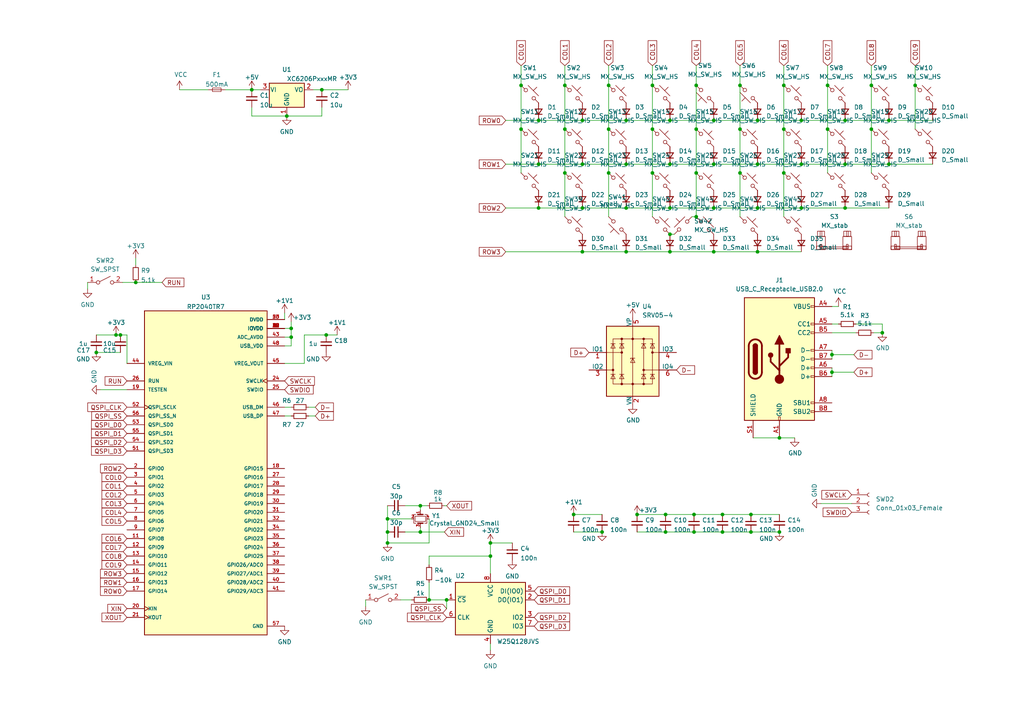
<source format=kicad_sch>
(kicad_sch (version 20211123) (generator eeschema)
  (paper "A4")
  (lib_symbols
    (symbol "Connector:Conn_01x03_Female" (pin_names (offset 1.016) hide)
      (property "Reference" "J" (at 0 5.08 0))
      (property "Value" "Conn_01x03_Female" (at 0 -5.08 0))
      (symbol "Conn_01x03_Female_1_1"
        (pin passive line (at -5.08 2.54 0) (length 3.81) (name "Pin_1") (number "1"))
        (pin passive line (at -5.08 0 0) (length 3.81) (name "Pin_2") (number "2"))
        (pin passive line (at -5.08 -2.54 0) (length 3.81) (name "Pin_3") (number "3"))
      )
    )
    (symbol "Connector:USB_C_Receptacle_USB2.0" (pin_names (offset 1.016))
      (property "Reference" "J" (at -10.16 19.05 0))
      (property "Value" "USB_C_Receptacle_USB2.0" (at 19.05 19.05 0))
      (symbol "USB_C_Receptacle_USB2.0_1_1"
        (pin passive line (at 0 -22.86 90) (length 5.08) (name "GND") (number "A1"))
        (pin passive line (at 0 -22.86 90) (length 5.08) hide (name "GND") (number "A12"))
        (pin passive line (at 15.24 15.24 180) (length 5.08) (name "VBUS") (number "A4"))
        (pin bidirectional line (at 15.24 10.16 180) (length 5.08) (name "CC1") (number "A5"))
        (pin bidirectional line (at 15.24 -2.54 180) (length 5.08) (name "D+") (number "A6"))
        (pin bidirectional line (at 15.24 2.54 180) (length 5.08) (name "D-") (number "A7"))
        (pin bidirectional line (at 15.24 -12.7 180) (length 5.08) (name "SBU1") (number "A8"))
        (pin passive line (at 15.24 15.24 180) (length 5.08) hide (name "VBUS") (number "A9"))
        (pin passive line (at 0 -22.86 90) (length 5.08) hide (name "GND") (number "B1"))
        (pin passive line (at 0 -22.86 90) (length 5.08) hide (name "GND") (number "B12"))
        (pin passive line (at 15.24 15.24 180) (length 5.08) hide (name "VBUS") (number "B4"))
        (pin bidirectional line (at 15.24 7.62 180) (length 5.08) (name "CC2") (number "B5"))
        (pin bidirectional line (at 15.24 -5.08 180) (length 5.08) (name "D+") (number "B6"))
        (pin bidirectional line (at 15.24 0 180) (length 5.08) (name "D-") (number "B7"))
        (pin bidirectional line (at 15.24 -15.24 180) (length 5.08) (name "SBU2") (number "B8"))
        (pin passive line (at 15.24 15.24 180) (length 5.08) hide (name "VBUS") (number "B9"))
        (pin passive line (at -7.62 -22.86 90) (length 5.08) (name "SHIELD") (number "S1"))
      )
    )
    (symbol "Device:C_Small" (pin_numbers hide) (pin_names (offset 0.254) hide)
      (property "Reference" "C" (at 0.254 1.778 0))
      (property "Value" "C_Small" (at 0.254 -2.032 0))
      (symbol "C_Small_1_1"
        (pin passive line (at 0 2.54 270) (length 2.032) (name "~") (number "1"))
        (pin passive line (at 0 -2.54 90) (length 2.032) (name "~") (number "2"))
      )
    )
    (symbol "Device:Crystal_GND24_Small" (pin_names (offset 1.016) hide)
      (property "Reference" "Y" (at 1.27 4.445 0))
      (property "Value" "Crystal_GND24_Small" (at 1.27 2.54 0))
      (symbol "Crystal_GND24_Small_1_1"
        (pin passive line (at -2.54 0 0) (length 1.27) (name "1") (number "1"))
        (pin passive line (at 0 -2.54 90) (length 0.635) (name "2") (number "2"))
        (pin passive line (at 2.54 0 180) (length 1.27) (name "3") (number "3"))
        (pin passive line (at 0 2.54 270) (length 0.635) (name "4") (number "4"))
      )
    )
    (symbol "Device:D_Small" (pin_numbers hide) (pin_names (offset 0.254) hide)
      (property "Reference" "D" (at -1.27 2.032 0))
      (property "Value" "D_Small" (at -3.81 -2.032 0))
      (symbol "D_Small_1_1"
        (pin passive line (at -2.54 0 0) (length 1.778) (name "K") (number "1"))
        (pin passive line (at 2.54 0 180) (length 1.778) (name "A") (number "2"))
      )
    )
    (symbol "Device:Fuse_Small" (pin_numbers hide) (pin_names (offset 0.254) hide)
      (property "Reference" "F" (at 0 -1.524 0))
      (property "Value" "Fuse_Small" (at 0 1.524 0))
      (symbol "Fuse_Small_1_1"
        (pin passive line (at -2.54 0 0) (length 1.27) (name "~") (number "1"))
        (pin passive line (at 2.54 0 180) (length 1.27) (name "~") (number "2"))
      )
    )
    (symbol "Device:R_Small" (pin_numbers hide) (pin_names (offset 0.254) hide)
      (property "Reference" "R" (at 0.762 0.508 0))
      (property "Value" "R_Small" (at 0.762 -1.016 0))
      (symbol "R_Small_1_1"
        (pin passive line (at 0 2.54 270) (length 0.762) (name "~") (number "1"))
        (pin passive line (at 0 -2.54 90) (length 0.762) (name "~") (number "2"))
      )
    )
    (symbol "Memory_Flash:W25Q128JVS"
      (property "Reference" "U" (at -8.89 8.89 0))
      (property "Value" "W25Q128JVS" (at 7.62 8.89 0))
      (symbol "W25Q128JVS_1_1"
        (pin input line (at -12.7 2.54 0) (length 2.54) (name "~{CS}") (number "1"))
        (pin bidirectional line (at 12.7 2.54 180) (length 2.54) (name "DO(IO1)") (number "2"))
        (pin bidirectional line (at 12.7 -2.54 180) (length 2.54) (name "IO2") (number "3"))
        (pin power_in line (at 0 -10.16 90) (length 2.54) (name "GND") (number "4"))
        (pin bidirectional line (at 12.7 5.08 180) (length 2.54) (name "DI(IO0)") (number "5"))
        (pin input line (at -12.7 -2.54 0) (length 2.54) (name "CLK") (number "6"))
        (pin bidirectional line (at 12.7 -5.08 180) (length 2.54) (name "IO3") (number "7"))
        (pin power_in line (at 0 10.16 270) (length 2.54) (name "VCC") (number "8"))
      )
    )
    (symbol "Power_Protection:SRV05-4" (pin_names (offset 0))
      (property "Reference" "U" (at -5.08 11.43 0))
      (property "Value" "SRV05-4" (at 2.54 11.43 0))
      (symbol "SRV05-4_1_1"
        (pin passive line (at -12.7 2.54 0) (length 5.08) (name "IO1") (number "1"))
        (pin passive line (at 0 -12.7 90) (length 2.54) (name "VN") (number "2"))
        (pin passive line (at -12.7 -2.54 0) (length 5.08) (name "IO2") (number "3"))
        (pin passive line (at 12.7 2.54 180) (length 5.08) (name "IO3") (number "4"))
        (pin passive line (at 0 12.7 270) (length 2.54) (name "VP") (number "5"))
        (pin passive line (at 12.7 -2.54 180) (length 5.08) (name "IO4") (number "6"))
      )
    )
    (symbol "RP2040TR7:RP2040TR7" (pin_names (offset 1.016))
      (property "Reference" "U" (at -17.78 46.99 0))
      (property "Value" "RP2040TR7" (at -17.526 -51.562 0))
      (symbol "RP2040TR7_0_0"
        (pin power_in line (at 22.86 40.64 180) (length 5.08) (name "IOVDD") (number "1"))
        (pin power_in line (at 22.86 40.64 180) (length 5.08) (name "IOVDD") (number "10"))
        (pin bidirectional line (at -22.86 -20.32 0) (length 5.08) (name "GPIO8") (number "11"))
        (pin bidirectional line (at -22.86 -22.86 0) (length 5.08) (name "GPIO9") (number "12"))
        (pin bidirectional line (at -22.86 -25.4 0) (length 5.08) (name "GPIO10") (number "13"))
        (pin bidirectional line (at -22.86 -27.94 0) (length 5.08) (name "GPIO11") (number "14"))
        (pin bidirectional line (at -22.86 -30.48 0) (length 5.08) (name "GPIO12") (number "15"))
        (pin bidirectional line (at -22.86 -33.02 0) (length 5.08) (name "GPIO13") (number "16"))
        (pin bidirectional line (at -22.86 -35.56 0) (length 5.08) (name "GPIO14") (number "17"))
        (pin bidirectional line (at 22.86 0 180) (length 5.08) (name "GPIO15") (number "18"))
        (pin input line (at -22.86 22.86 0) (length 5.08) (name "TESTEN") (number "19"))
        (pin bidirectional line (at -22.86 0 0) (length 5.08) (name "GPIO0") (number "2"))
        (pin input clock (at -22.86 -40.64 0) (length 5.08) (name "XIN") (number "20"))
        (pin output clock (at -22.86 -43.18 0) (length 5.08) (name "XOUT") (number "21"))
        (pin power_in line (at 22.86 40.64 180) (length 5.08) (name "IOVDD") (number "22"))
        (pin power_in line (at 22.86 43.18 180) (length 5.08) (name "DVDD") (number "23"))
        (pin input clock (at 22.86 25.4 180) (length 5.08) (name "SWCLK") (number "24"))
        (pin bidirectional line (at 22.86 22.86 180) (length 5.08) (name "SWDIO") (number "25"))
        (pin input line (at -22.86 25.4 0) (length 5.08) (name "RUN") (number "26"))
        (pin bidirectional line (at 22.86 -2.54 180) (length 5.08) (name "GPIO16") (number "27"))
        (pin bidirectional line (at 22.86 -5.08 180) (length 5.08) (name "GPIO17") (number "28"))
        (pin bidirectional line (at 22.86 -7.62 180) (length 5.08) (name "GPIO18") (number "29"))
        (pin bidirectional line (at -22.86 -2.54 0) (length 5.08) (name "GPIO1") (number "3"))
        (pin bidirectional line (at 22.86 -10.16 180) (length 5.08) (name "GPIO19") (number "30"))
        (pin bidirectional line (at 22.86 -12.7 180) (length 5.08) (name "GPIO20") (number "31"))
        (pin bidirectional line (at 22.86 -15.24 180) (length 5.08) (name "GPIO21") (number "32"))
        (pin power_in line (at 22.86 40.64 180) (length 5.08) (name "IOVDD") (number "33"))
        (pin bidirectional line (at 22.86 -17.78 180) (length 5.08) (name "GPIO22") (number "34"))
        (pin bidirectional line (at 22.86 -20.32 180) (length 5.08) (name "GPIO23") (number "35"))
        (pin bidirectional line (at 22.86 -22.86 180) (length 5.08) (name "GPIO24") (number "36"))
        (pin bidirectional line (at 22.86 -25.4 180) (length 5.08) (name "GPIO25") (number "37"))
        (pin bidirectional line (at 22.86 -27.94 180) (length 5.08) (name "GPIO26/ADC0") (number "38"))
        (pin bidirectional line (at 22.86 -30.48 180) (length 5.08) (name "GPIO27/ADC1") (number "39"))
        (pin bidirectional line (at -22.86 -5.08 0) (length 5.08) (name "GPIO2") (number "4"))
        (pin bidirectional line (at 22.86 -33.02 180) (length 5.08) (name "GPIO28/ADC2") (number "40"))
        (pin bidirectional line (at 22.86 -35.56 180) (length 5.08) (name "GPIO29/ADC3") (number "41"))
        (pin power_in line (at 22.86 40.64 180) (length 5.08) (name "IOVDD") (number "42"))
        (pin power_in line (at 22.86 38.1 180) (length 5.08) (name "ADC_AVDD") (number "43"))
        (pin input line (at -22.86 30.48 0) (length 5.08) (name "VREG_VIN") (number "44"))
        (pin output line (at 22.86 30.48 180) (length 5.08) (name "VREG_VOUT") (number "45"))
        (pin bidirectional line (at 22.86 17.78 180) (length 5.08) (name "USB_DM") (number "46"))
        (pin bidirectional line (at 22.86 15.24 180) (length 5.08) (name "USB_DP") (number "47"))
        (pin power_in line (at 22.86 35.56 180) (length 5.08) (name "USB_VDD") (number "48"))
        (pin power_in line (at 22.86 40.64 180) (length 5.08) (name "IOVDD") (number "49"))
        (pin bidirectional line (at -22.86 -7.62 0) (length 5.08) (name "GPIO3") (number "5"))
        (pin power_in line (at 22.86 43.18 180) (length 5.08) (name "DVDD") (number "50"))
        (pin bidirectional line (at -22.86 5.08 0) (length 5.08) (name "QSPI_SD3") (number "51"))
        (pin bidirectional clock (at -22.86 17.78 0) (length 5.08) (name "QSPI_SCLK") (number "52"))
        (pin bidirectional line (at -22.86 12.7 0) (length 5.08) (name "QSPI_SD0") (number "53"))
        (pin bidirectional line (at -22.86 7.62 0) (length 5.08) (name "QSPI_SD2") (number "54"))
        (pin bidirectional line (at -22.86 10.16 0) (length 5.08) (name "QSPI_SD1") (number "55"))
        (pin bidirectional line (at -22.86 15.24 0) (length 5.08) (name "QSPI_SS_N") (number "56"))
        (pin power_in line (at 22.86 -45.72 180) (length 5.08) (name "GND") (number "57"))
        (pin bidirectional line (at -22.86 -10.16 0) (length 5.08) (name "GPIO4") (number "6"))
        (pin bidirectional line (at -22.86 -12.7 0) (length 5.08) (name "GPIO5") (number "7"))
        (pin bidirectional line (at -22.86 -15.24 0) (length 5.08) (name "GPIO6") (number "8"))
        (pin bidirectional line (at -22.86 -17.78 0) (length 5.08) (name "GPIO7") (number "9"))
      )
    )
    (symbol "Regulator_Linear:XC6206PxxxMR" (pin_names (offset 0.254))
      (property "Reference" "U" (at -3.81 3.175 0))
      (property "Value" "XC6206PxxxMR" (at 0 3.175 0))
      (symbol "XC6206PxxxMR_1_1"
        (pin power_in line (at 0 -7.62 90) (length 2.54) (name "GND") (number "1"))
        (pin power_out line (at 7.62 0 180) (length 2.54) (name "VO") (number "2"))
        (pin power_in line (at -7.62 0 0) (length 2.54) (name "VI") (number "3"))
      )
    )
    (symbol "Switch:SW_SPST" (pin_names (offset 0) hide)
      (property "Reference" "SW" (at 0 3.175 0))
      (property "Value" "SW_SPST" (at 0 -2.54 0))
      (symbol "SW_SPST_1_1"
        (pin passive line (at -5.08 0 0) (length 2.54) (name "A") (number "1"))
        (pin passive line (at 5.08 0 180) (length 2.54) (name "B") (number "2"))
      )
    )
    (symbol "marbastlib-mx:MX_SW_HS" (pin_numbers hide) (pin_names (offset 1.016) hide)
      (property "Reference" "SW" (at 3.048 1.016 0))
      (property "Value" "MX_SW_HS" (at 0 -3.81 0))
      (symbol "MX_SW_HS_0_1"
        (pin passive line (at -2.54 2.54 0) (length 0) (name "1") (number "1"))
        (pin passive line (at 2.54 -2.54 180) (length 0) (name "2") (number "2"))
      )
    )
    (symbol "marbastlib-mx:MX_stab" (pin_names (offset 1.016))
      (property "Reference" "S" (at -5.08 6.35 0))
      (property "Value" "MX_stab" (at -5.08 3.81 0))
    )
    (symbol "power:+1V1" (power) (pin_names (offset 0))
      (property "Value" "+1V1" (at 0 3.556 0))
      (symbol "+1V1_1_1"
        (pin power_in line (at 0 0 90) (length 0) hide (name "+1V1") (number "1"))
      )
    )
    (symbol "power:+3V3" (power) (pin_names (offset 0))
      (property "Value" "+3V3" (at 0 3.556 0))
      (symbol "+3V3_1_1"
        (pin power_in line (at 0 0 90) (length 0) hide (name "+3V3") (number "1"))
      )
    )
    (symbol "power:+5V" (power) (pin_names (offset 0))
      (property "Value" "+5V" (at 0 3.556 0))
      (symbol "+5V_1_1"
        (pin power_in line (at 0 0 90) (length 0) hide (name "+5V") (number "1"))
      )
    )
    (symbol "power:GND" (power) (pin_names (offset 0))
      (property "Value" "GND" (at 0 -3.81 0))
      (symbol "GND_1_1"
        (pin power_in line (at 0 0 270) (length 0) hide (name "GND") (number "1"))
      )
    )
    (symbol "power:VCC" (power) (pin_names (offset 0))
      (property "Value" "VCC" (at 0 3.81 0))
      (symbol "VCC_1_1"
        (pin power_in line (at 0 0 90) (length 0) hide (name "VCC") (number "1"))
      )
    )
  )
  (junction (at 252.73 37.465))
  (junction (at 219.71 34.925))
  (junction (at 121.92 154.305))
  (junction (at 163.83 50.165))
  (junction (at 201.295 154.305))
  (junction (at 226.06 154.305))
  (junction (at 168.91 34.925))
  (junction (at 33.655 97.155))
  (junction (at 201.93 24.765))
  (junction (at 232.41 34.925))
  (junction (at 163.83 37.465))
  (junction (at 245.11 34.925))
  (junction (at 124.46 173.99))
  (junction (at 168.91 73.025))
  (junction (at 207.01 47.625))
  (junction (at 194.31 73.025))
  (junction (at 201.93 37.465))
  (junction (at 189.23 50.165))
  (junction (at 201.93 50.165))
  (junction (at 176.53 37.465))
  (junction (at 245.11 60.325))
  (junction (at 142.24 157.48))
  (junction (at 219.71 60.325))
  (junction (at 193.04 154.305))
  (junction (at 207.01 34.925))
  (junction (at 226.06 127))
  (junction (at 252.73 24.765))
  (junction (at 142.24 161.29))
  (junction (at 219.71 47.625))
  (junction (at 73.025 26.035))
  (junction (at 255.905 96.52))
  (junction (at 217.805 154.305))
  (junction (at 214.63 37.465))
  (junction (at 168.91 47.625))
  (junction (at 214.63 24.765))
  (junction (at 214.63 50.165))
  (junction (at 219.71 73.025))
  (junction (at 189.23 24.765))
  (junction (at 112.395 154.305))
  (junction (at 94.615 97.155))
  (junction (at 209.55 149.225))
  (junction (at 39.37 81.915))
  (junction (at 201.93 62.865))
  (junction (at 181.61 60.325))
  (junction (at 176.53 50.165))
  (junction (at 156.21 34.925))
  (junction (at 189.23 37.465))
  (junction (at 245.11 47.625))
  (junction (at 93.345 26.035))
  (junction (at 84.455 97.79))
  (junction (at 176.53 24.765))
  (junction (at 151.13 24.765))
  (junction (at 232.41 60.325))
  (junction (at 227.33 50.165))
  (junction (at 34.925 97.155))
  (junction (at 168.91 60.325))
  (junction (at 194.31 34.925))
  (junction (at 193.04 149.225))
  (junction (at 240.03 37.465))
  (junction (at 241.3 102.87))
  (junction (at 217.805 149.225))
  (junction (at 129.54 173.99))
  (junction (at 83.185 33.655))
  (junction (at 265.43 24.765))
  (junction (at 27.94 102.235))
  (junction (at 156.21 47.625))
  (junction (at 121.92 146.685))
  (junction (at 84.455 95.25))
  (junction (at 232.41 47.625))
  (junction (at 194.31 60.325))
  (junction (at 241.3 107.95))
  (junction (at 257.81 47.625))
  (junction (at 184.785 149.225))
  (junction (at 156.21 60.325))
  (junction (at 112.395 157.48))
  (junction (at 227.33 24.765))
  (junction (at 163.83 24.765))
  (junction (at 201.295 149.225))
  (junction (at 227.33 37.465))
  (junction (at 181.61 73.025))
  (junction (at 209.55 154.305))
  (junction (at 166.37 149.225))
  (junction (at 194.31 47.625))
  (junction (at 194.31 67.945))
  (junction (at 181.61 34.925))
  (junction (at 257.81 34.925))
  (junction (at 174.625 154.305))
  (junction (at 112.395 150.495))
  (junction (at 240.03 24.765))
  (junction (at 151.13 37.465))
  (junction (at 181.61 47.625))
  (junction (at 207.01 73.025))
  (junction (at 207.01 60.325))
  (wire (pts (xy 217.805 149.225) (xy 226.06 149.225)))
  (wire (pts (xy 240.03 37.465) (xy 240.03 50.165)))
  (wire (pts (xy 189.23 24.765) (xy 189.23 37.465)))
  (wire (pts (xy 124.46 161.29) (xy 142.24 161.29)))
  (wire (pts (xy 189.23 50.165) (xy 189.23 62.865)))
  (wire (pts (xy 121.92 153.035) (xy 121.92 154.305)))
  (wire (pts (xy 181.61 34.925) (xy 194.31 34.925)))
  (wire (pts (xy 214.63 37.465) (xy 214.63 50.165)))
  (wire (pts (xy 151.13 37.465) (xy 151.13 50.165)))
  (wire (pts (xy 112.395 146.685) (xy 112.395 150.495)))
  (wire (pts (xy 168.91 47.625) (xy 181.61 47.625)))
  (wire (pts (xy 121.92 146.685) (xy 121.92 147.955)))
  (wire (pts (xy 193.04 154.305) (xy 201.295 154.305)))
  (wire (pts (xy 241.3 96.52) (xy 248.285 96.52)))
  (wire (pts (xy 245.11 34.925) (xy 257.81 34.925)))
  (wire (pts (xy 146.685 34.925) (xy 156.21 34.925)))
  (wire (pts (xy 209.55 154.305) (xy 217.805 154.305)))
  (wire (pts (xy 255.905 96.52) (xy 253.365 96.52)))
  (wire (pts (xy 227.33 37.465) (xy 227.33 50.165)))
  (wire (pts (xy 252.73 19.05) (xy 252.73 24.765)))
  (wire (pts (xy 82.55 90.805) (xy 82.55 92.71)))
  (wire (pts (xy 82.55 120.65) (xy 84.455 120.65)))
  (wire (pts (xy 227.33 50.165) (xy 227.33 62.865)))
  (wire (pts (xy 65.405 26.035) (xy 73.025 26.035)))
  (wire (pts (xy 207.01 73.025) (xy 219.71 73.025)))
  (wire (pts (xy 201.295 149.225) (xy 209.55 149.225)))
  (wire (pts (xy 219.71 60.325) (xy 232.41 60.325)))
  (wire (pts (xy 227.33 19.05) (xy 227.33 24.765)))
  (wire (pts (xy 25.4 83.82) (xy 25.4 81.915)))
  (wire (pts (xy 168.91 60.325) (xy 181.61 60.325)))
  (wire (pts (xy 214.63 19.05) (xy 214.63 24.765)))
  (wire (pts (xy 219.71 73.025) (xy 232.41 73.025)))
  (wire (pts (xy 227.33 24.765) (xy 227.33 37.465)))
  (wire (pts (xy 241.3 102.87) (xy 241.3 104.14)))
  (wire (pts (xy 151.13 19.05) (xy 151.13 24.765)))
  (wire (pts (xy 163.83 37.465) (xy 163.83 50.165)))
  (wire (pts (xy 194.31 34.925) (xy 207.01 34.925)))
  (wire (pts (xy 88.265 97.155) (xy 94.615 97.155)))
  (wire (pts (xy 241.3 101.6) (xy 241.3 102.87)))
  (wire (pts (xy 194.31 47.625) (xy 207.01 47.625)))
  (wire (pts (xy 82.55 118.11) (xy 84.455 118.11)))
  (wire (pts (xy 142.24 186.69) (xy 142.24 188.595)))
  (wire (pts (xy 39.37 81.915) (xy 46.99 81.915)))
  (wire (pts (xy 34.925 97.155) (xy 36.83 97.155)))
  (wire (pts (xy 73.025 33.655) (xy 83.185 33.655)))
  (wire (pts (xy 112.395 150.495) (xy 119.38 150.495)))
  (wire (pts (xy 156.21 34.925) (xy 168.91 34.925)))
  (wire (pts (xy 255.905 93.98) (xy 255.905 96.52)))
  (wire (pts (xy 184.785 154.305) (xy 193.04 154.305)))
  (wire (pts (xy 232.41 60.325) (xy 245.11 60.325)))
  (wire (pts (xy 181.61 73.025) (xy 194.31 73.025)))
  (wire (pts (xy 201.93 50.165) (xy 201.93 62.865)))
  (wire (pts (xy 82.55 105.41) (xy 88.265 105.41)))
  (wire (pts (xy 207.01 34.925) (xy 219.71 34.925)))
  (wire (pts (xy 124.46 157.48) (xy 112.395 157.48)))
  (wire (pts (xy 219.71 47.625) (xy 232.41 47.625)))
  (wire (pts (xy 200.66 62.865) (xy 201.93 62.865)))
  (wire (pts (xy 245.11 47.625) (xy 257.81 47.625)))
  (wire (pts (xy 146.685 47.625) (xy 156.21 47.625)))
  (wire (pts (xy 166.37 154.305) (xy 174.625 154.305)))
  (wire (pts (xy 84.455 93.345) (xy 84.455 95.25)))
  (wire (pts (xy 176.53 50.165) (xy 176.53 62.865)))
  (wire (pts (xy 89.535 118.11) (xy 91.44 118.11)))
  (wire (pts (xy 163.83 50.165) (xy 163.83 62.865)))
  (wire (pts (xy 189.23 19.05) (xy 189.23 24.765)))
  (wire (pts (xy 189.23 37.465) (xy 189.23 50.165)))
  (wire (pts (xy 124.46 173.99) (xy 124.46 168.91)))
  (wire (pts (xy 112.395 157.48) (xy 112.395 154.305)))
  (wire (pts (xy 82.55 97.79) (xy 84.455 97.79)))
  (wire (pts (xy 201.93 19.05) (xy 201.93 24.765)))
  (wire (pts (xy 209.55 149.225) (xy 217.805 149.225)))
  (wire (pts (xy 89.535 120.65) (xy 91.44 120.65)))
  (wire (pts (xy 201.93 37.465) (xy 201.93 50.165)))
  (wire (pts (xy 156.21 47.625) (xy 168.91 47.625)))
  (wire (pts (xy 241.3 107.95) (xy 241.3 109.22)))
  (wire (pts (xy 52.07 26.035) (xy 60.325 26.035)))
  (wire (pts (xy 238.125 146.05) (xy 247.015 146.05)))
  (wire (pts (xy 163.83 24.765) (xy 163.83 37.465)))
  (wire (pts (xy 112.395 150.495) (xy 112.395 154.305)))
  (wire (pts (xy 117.475 154.305) (xy 121.92 154.305)))
  (wire (pts (xy 106.045 175.895) (xy 106.045 173.99)))
  (wire (pts (xy 232.41 47.625) (xy 245.11 47.625)))
  (wire (pts (xy 218.44 127) (xy 226.06 127)))
  (wire (pts (xy 39.37 74.93) (xy 39.37 76.835)))
  (wire (pts (xy 241.3 106.68) (xy 241.3 107.95)))
  (wire (pts (xy 207.01 60.325) (xy 219.71 60.325)))
  (wire (pts (xy 201.295 154.305) (xy 209.55 154.305)))
  (wire (pts (xy 201.93 24.765) (xy 201.93 37.465)))
  (wire (pts (xy 29.21 113.03) (xy 36.83 113.03)))
  (wire (pts (xy 83.185 33.655) (xy 93.345 33.655)))
  (wire (pts (xy 121.92 154.305) (xy 128.905 154.305)))
  (wire (pts (xy 129.54 173.99) (xy 129.54 176.53)))
  (wire (pts (xy 232.41 34.925) (xy 245.11 34.925)))
  (wire (pts (xy 194.31 73.025) (xy 207.01 73.025)))
  (wire (pts (xy 93.345 33.655) (xy 93.345 31.115)))
  (wire (pts (xy 176.53 24.765) (xy 176.53 37.465)))
  (wire (pts (xy 27.94 97.155) (xy 33.655 97.155)))
  (wire (pts (xy 247.65 102.87) (xy 241.3 102.87)))
  (wire (pts (xy 265.43 19.05) (xy 265.43 24.765)))
  (wire (pts (xy 176.53 37.465) (xy 176.53 50.165)))
  (wire (pts (xy 240.03 24.765) (xy 240.03 37.465)))
  (wire (pts (xy 146.685 73.025) (xy 168.91 73.025)))
  (wire (pts (xy 36.83 105.41) (xy 36.83 97.155)))
  (wire (pts (xy 33.655 97.155) (xy 34.925 97.155)))
  (wire (pts (xy 241.3 88.9) (xy 243.205 88.9)))
  (wire (pts (xy 94.615 97.155) (xy 97.79 97.155)))
  (wire (pts (xy 156.21 60.325) (xy 168.91 60.325)))
  (wire (pts (xy 214.63 24.765) (xy 214.63 37.465)))
  (wire (pts (xy 247.65 107.95) (xy 241.3 107.95)))
  (wire (pts (xy 257.81 34.925) (xy 270.51 34.925)))
  (wire (pts (xy 240.03 19.05) (xy 240.03 24.765)))
  (wire (pts (xy 181.61 60.325) (xy 194.31 60.325)))
  (wire (pts (xy 194.31 60.325) (xy 207.01 60.325)))
  (wire (pts (xy 142.24 161.29) (xy 142.24 157.48)))
  (wire (pts (xy 163.83 19.05) (xy 163.83 24.765)))
  (wire (pts (xy 207.01 47.625) (xy 219.71 47.625)))
  (wire (pts (xy 217.805 154.305) (xy 226.06 154.305)))
  (wire (pts (xy 226.06 127) (xy 230.505 127)))
  (wire (pts (xy 194.31 67.945) (xy 195.58 67.945)))
  (wire (pts (xy 123.825 146.685) (xy 121.92 146.685)))
  (wire (pts (xy 166.37 149.225) (xy 174.625 149.225)))
  (wire (pts (xy 146.685 60.325) (xy 156.21 60.325)))
  (wire (pts (xy 219.71 34.925) (xy 232.41 34.925)))
  (wire (pts (xy 245.11 60.325) (xy 257.81 60.325)))
  (wire (pts (xy 88.265 105.41) (xy 88.265 97.155)))
  (wire (pts (xy 151.13 24.765) (xy 151.13 37.465)))
  (wire (pts (xy 257.81 47.625) (xy 270.51 47.625)))
  (wire (pts (xy 82.55 100.33) (xy 84.455 100.33)))
  (wire (pts (xy 35.56 81.915) (xy 39.37 81.915)))
  (wire (pts (xy 168.91 34.925) (xy 181.61 34.925)))
  (wire (pts (xy 116.205 173.99) (xy 119.38 173.99)))
  (wire (pts (xy 90.805 26.035) (xy 93.345 26.035)))
  (wire (pts (xy 181.61 47.625) (xy 194.31 47.625)))
  (wire (pts (xy 252.73 24.765) (xy 252.73 37.465)))
  (wire (pts (xy 129.54 173.99) (xy 124.46 173.99)))
  (wire (pts (xy 117.475 146.685) (xy 121.92 146.685)))
  (wire (pts (xy 248.285 93.98) (xy 255.905 93.98)))
  (wire (pts (xy 82.55 95.25) (xy 84.455 95.25)))
  (wire (pts (xy 129.54 146.685) (xy 128.905 146.685)))
  (wire (pts (xy 124.46 150.495) (xy 124.46 157.48)))
  (wire (pts (xy 214.63 50.165) (xy 214.63 62.865)))
  (wire (pts (xy 193.04 149.225) (xy 201.295 149.225)))
  (wire (pts (xy 168.91 73.025) (xy 181.61 73.025)))
  (wire (pts (xy 241.3 93.98) (xy 243.205 93.98)))
  (wire (pts (xy 84.455 100.33) (xy 84.455 97.79)))
  (wire (pts (xy 265.43 24.765) (xy 265.43 37.465)))
  (wire (pts (xy 124.46 163.83) (xy 124.46 161.29)))
  (wire (pts (xy 27.94 102.235) (xy 34.925 102.235)))
  (wire (pts (xy 73.025 26.035) (xy 75.565 26.035)))
  (wire (pts (xy 84.455 97.79) (xy 84.455 95.25)))
  (wire (pts (xy 73.025 31.115) (xy 73.025 33.655)))
  (wire (pts (xy 176.53 19.05) (xy 176.53 24.765)))
  (wire (pts (xy 142.24 157.48) (xy 148.59 157.48)))
  (wire (pts (xy 142.24 166.37) (xy 142.24 161.29)))
  (wire (pts (xy 184.785 149.225) (xy 193.04 149.225)))
  (wire (pts (xy 93.345 26.035) (xy 100.965 26.035)))
  (wire (pts (xy 252.73 37.465) (xy 252.73 50.165)))
  (global_label "QSPI_D3" (shape input) (at 154.94 181.61 0) (property "Intersheet References" "${INTERSHEET_REFS}" (effects hide)))
  (global_label "QSPI_D0" (shape input) (at 154.94 171.45 0) (property "Intersheet References" "${INTERSHEET_REFS}" (effects hide)))
  (global_label "D+" (shape input) (at 170.815 102.235 180) (property "Intersheet References" "${INTERSHEET_REFS}" (effects hide)))
  (global_label "COL3" (shape input) (at 36.83 146.05 180) (property "Intersheet References" "${INTERSHEET_REFS}" (effects hide)))
  (global_label "COL4" (shape input) (at 201.93 19.05 90) (property "Intersheet References" "${INTERSHEET_REFS}" (effects hide)))
  (global_label "ROW0" (shape input) (at 146.685 34.925 180) (property "Intersheet References" "${INTERSHEET_REFS}" (effects hide)))
  (global_label "QSPI_D3" (shape input) (at 36.83 130.81 180) (property "Intersheet References" "${INTERSHEET_REFS}" (effects hide)))
  (global_label "ROW1" (shape input) (at 146.685 47.625 180) (property "Intersheet References" "${INTERSHEET_REFS}" (effects hide)))
  (global_label "QSPI_CLK" (shape input) (at 129.54 179.07 180) (property "Intersheet References" "${INTERSHEET_REFS}" (effects hide)))
  (global_label "QSPI_D2" (shape input) (at 36.83 128.27 180) (property "Intersheet References" "${INTERSHEET_REFS}" (effects hide)))
  (global_label "ROW1" (shape input) (at 36.83 168.91 180) (property "Intersheet References" "${INTERSHEET_REFS}" (effects hide)))
  (global_label "ROW2" (shape input) (at 146.685 60.325 180) (property "Intersheet References" "${INTERSHEET_REFS}" (effects hide)))
  (global_label "COL0" (shape input) (at 151.13 19.05 90) (property "Intersheet References" "${INTERSHEET_REFS}" (effects hide)))
  (global_label "SWCLK" (shape input) (at 82.55 110.49 0) (property "Intersheet References" "${INTERSHEET_REFS}" (effects hide)))
  (global_label "QSPI_D1" (shape input) (at 154.94 173.99 0) (property "Intersheet References" "${INTERSHEET_REFS}" (effects hide)))
  (global_label "COL4" (shape input) (at 36.83 148.59 180) (property "Intersheet References" "${INTERSHEET_REFS}" (effects hide)))
  (global_label "RUN" (shape input) (at 46.99 81.915 0) (property "Intersheet References" "${INTERSHEET_REFS}" (effects hide)))
  (global_label "COL9" (shape input) (at 265.43 19.05 90) (property "Intersheet References" "${INTERSHEET_REFS}" (effects hide)))
  (global_label "XIN" (shape input) (at 128.905 154.305 0) (property "Intersheet References" "${INTERSHEET_REFS}" (effects hide)))
  (global_label "COL6" (shape input) (at 227.33 19.05 90) (property "Intersheet References" "${INTERSHEET_REFS}" (effects hide)))
  (global_label "COL7" (shape input) (at 36.83 158.75 180) (property "Intersheet References" "${INTERSHEET_REFS}" (effects hide)))
  (global_label "ROW3" (shape input) (at 36.83 166.37 180) (property "Intersheet References" "${INTERSHEET_REFS}" (effects hide)))
  (global_label "XOUT" (shape input) (at 36.83 179.07 180) (property "Intersheet References" "${INTERSHEET_REFS}" (effects hide)))
  (global_label "COL9" (shape input) (at 36.83 163.83 180) (property "Intersheet References" "${INTERSHEET_REFS}" (effects hide)))
  (global_label "COL1" (shape input) (at 36.83 140.97 180) (property "Intersheet References" "${INTERSHEET_REFS}" (effects hide)))
  (global_label "ROW0" (shape input) (at 36.83 171.45 180) (property "Intersheet References" "${INTERSHEET_REFS}" (effects hide)))
  (global_label "COL3" (shape input) (at 189.23 19.05 90) (property "Intersheet References" "${INTERSHEET_REFS}" (effects hide)))
  (global_label "QSPI_D0" (shape input) (at 36.83 123.19 180) (property "Intersheet References" "${INTERSHEET_REFS}" (effects hide)))
  (global_label "COL7" (shape input) (at 240.03 19.05 90) (property "Intersheet References" "${INTERSHEET_REFS}" (effects hide)))
  (global_label "COL0" (shape input) (at 36.83 138.43 180) (property "Intersheet References" "${INTERSHEET_REFS}" (effects hide)))
  (global_label "COL2" (shape input) (at 176.53 19.05 90) (property "Intersheet References" "${INTERSHEET_REFS}" (effects hide)))
  (global_label "COL5" (shape input) (at 214.63 19.05 90) (property "Intersheet References" "${INTERSHEET_REFS}" (effects hide)))
  (global_label "COL5" (shape input) (at 36.83 151.13 180) (property "Intersheet References" "${INTERSHEET_REFS}" (effects hide)))
  (global_label "D-" (shape input) (at 91.44 118.11 0) (property "Intersheet References" "${INTERSHEET_REFS}" (effects hide)))
  (global_label "SWDIO" (shape input) (at 247.015 148.59 180) (property "Intersheet References" "${INTERSHEET_REFS}" (effects hide)))
  (global_label "QSPI_D1" (shape input) (at 36.83 125.73 180) (property "Intersheet References" "${INTERSHEET_REFS}" (effects hide)))
  (global_label "RUN" (shape input) (at 36.83 110.49 180) (property "Intersheet References" "${INTERSHEET_REFS}" (effects hide)))
  (global_label "D+" (shape input) (at 247.65 107.95 0) (property "Intersheet References" "${INTERSHEET_REFS}" (effects hide)))
  (global_label "D-" (shape input) (at 196.215 107.315 0) (property "Intersheet References" "${INTERSHEET_REFS}" (effects hide)))
  (global_label "COL2" (shape input) (at 36.83 143.51 180) (property "Intersheet References" "${INTERSHEET_REFS}" (effects hide)))
  (global_label "COL8" (shape input) (at 252.73 19.05 90) (property "Intersheet References" "${INTERSHEET_REFS}" (effects hide)))
  (global_label "XIN" (shape input) (at 36.83 176.53 180) (property "Intersheet References" "${INTERSHEET_REFS}" (effects hide)))
  (global_label "SWCLK" (shape input) (at 247.015 143.51 180) (property "Intersheet References" "${INTERSHEET_REFS}" (effects hide)))
  (global_label "D-" (shape input) (at 247.65 102.87 0) (property "Intersheet References" "${INTERSHEET_REFS}" (effects hide)))
  (global_label "QSPI_SS" (shape input) (at 129.54 176.53 180) (property "Intersheet References" "${INTERSHEET_REFS}" (effects hide)))
  (global_label "D+" (shape input) (at 91.44 120.65 0) (property "Intersheet References" "${INTERSHEET_REFS}" (effects hide)))
  (global_label "QSPI_SS" (shape input) (at 36.83 120.65 180) (property "Intersheet References" "${INTERSHEET_REFS}" (effects hide)))
  (global_label "QSPI_CLK" (shape input) (at 36.83 118.11 180) (property "Intersheet References" "${INTERSHEET_REFS}" (effects hide)))
  (global_label "COL8" (shape input) (at 36.83 161.29 180) (property "Intersheet References" "${INTERSHEET_REFS}" (effects hide)))
  (global_label "ROW2" (shape input) (at 36.83 135.89 180) (property "Intersheet References" "${INTERSHEET_REFS}" (effects hide)))
  (global_label "ROW3" (shape input) (at 146.685 73.025 180) (property "Intersheet References" "${INTERSHEET_REFS}" (effects hide)))
  (global_label "XOUT" (shape input) (at 129.54 146.685 0) (property "Intersheet References" "${INTERSHEET_REFS}" (effects hide)))
  (global_label "QSPI_D2" (shape input) (at 154.94 179.07 0) (property "Intersheet References" "${INTERSHEET_REFS}" (effects hide)))
  (global_label "COL1" (shape input) (at 163.83 19.05 90) (property "Intersheet References" "${INTERSHEET_REFS}" (effects hide)))
  (global_label "COL6" (shape input) (at 36.83 156.21 180) (property "Intersheet References" "${INTERSHEET_REFS}" (effects hide)))
  (global_label "SWDIO" (shape input) (at 82.55 113.03 0) (property "Intersheet References" "${INTERSHEET_REFS}" (effects hide)))
  (symbol (lib_id "marbastlib-mx:MX_stab") (at 241.935 69.85 0) (unit 1)
    (property "Reference" "S3" (at 240.665 62.865 0) (effects (justify left)))
    (property "Value" "MX_stab" (at 238.125 65.405 0) (effects (justify left)))
    (property "Footprint" "marbastlib-mx:STAB_MX_3u" (effects hide))
  )
  (symbol (lib_id "Device:R_Small") (at 124.46 166.37 0) (unit 1)
    (property "Reference" "R4" (at 125.9586 165.4615 0) (effects (justify left)))
    (property "Value" "-10k" (at 125.9586 168.2366 0) (effects (justify left)))
    (property "Footprint" "Resistor_SMD:R_0603_1608Metric" (effects hide))
  )
  (symbol (lib_id "Device:D_Small") (at 168.91 32.385 90) (unit 1)
    (property "Reference" "D2" (at 171.45 31.1149 90) (effects (justify right)))
    (property "Value" "D_Small" (at 171.45 33.6549 90) (effects (justify right)))
    (property "Footprint" "Diode_SMD:D_SOD-123" (effects hide))
  )
  (symbol (lib_id "Device:D_Small") (at 181.61 45.085 90) (unit 1)
    (property "Reference" "D13" (at 184.15 43.8149 90) (effects (justify right)))
    (property "Value" "D_Small" (at 184.15 46.3549 90) (effects (justify right)))
    (property "Footprint" "Diode_SMD:D_SOD-123" (effects hide))
  )
  (symbol (lib_id "power:+5V") (at 73.025 26.035 0) (unit 1)
    (property "Reference" "#PWR0117" (effects hide))
    (property "Value" "+5V" (at 73.025 22.4305 0))
  )
  (symbol (lib_id "Device:D_Small") (at 194.31 32.385 90) (unit 1)
    (property "Reference" "D4" (at 196.85 31.1149 90) (effects (justify right)))
    (property "Value" "D_Small" (at 196.85 33.6549 90) (effects (justify right)))
    (property "Footprint" "Diode_SMD:D_SOD-123" (effects hide))
  )
  (symbol (lib_id "Power_Protection:SRV05-4") (at 183.515 104.775 0) (unit 1)
    (property "Reference" "U4" (at 186.2837 88.9 0) (effects (justify left)))
    (property "Value" "SRV05-4" (at 186.2837 91.44 0) (effects (justify left)))
    (property "Footprint" "marbastlib-various:SOT-23-6-routable" (effects hide))
    (property "Datasheet" "http://www.onsemi.com/pub/Collateral/SRV05-4-D.PDF" (effects hide))
  )
  (symbol (lib_id "marbastlib-mx:MX_SW_HS") (at 191.77 27.305 0) (unit 1)
    (property "Reference" "SW4" (at 191.77 19.685 0))
    (property "Value" "MX_SW_HS" (at 191.77 22.225 0))
    (property "Footprint" "marbastlib-mx:SW_MX_HS_1u" (effects hide))
  )
  (symbol (lib_id "Device:C_Small") (at 226.06 151.765 0) (unit 1)
    (property "Reference" "C14" (at 228.3841 150.8628 0) (effects (justify left)))
    (property "Value" "100n" (at 228.3841 153.6379 0) (effects (justify left)))
    (property "Footprint" "Capacitor_SMD:C_0402_1005Metric" (effects hide))
  )
  (symbol (lib_id "marbastlib-mx:MX_SW_HS") (at 166.37 40.005 0) (unit 1)
    (property "Reference" "SW12" (at 166.37 32.385 0))
    (property "Value" "MX_SW_HS" (at 166.37 34.925 0))
    (property "Footprint" "marbastlib-mx:SW_MX_HS_1u" (effects hide))
  )
  (symbol (lib_id "Device:R_Small") (at 245.745 93.98 270) (unit 1)
    (property "Reference" "R1" (at 245.745 89.0016 90))
    (property "Value" "5.1k" (at 245.745 91.313 90))
    (property "Footprint" "Resistor_SMD:R_0603_1608Metric" (effects hide))
  )
  (symbol (lib_id "power:GND") (at 25.4 83.82 0) (unit 1)
    (property "Reference" "#PWR0115" (effects hide))
    (property "Value" "GND" (at 25.4 88.3825 0))
  )
  (symbol (lib_id "marbastlib-mx:MX_SW_HS") (at 166.37 65.405 0) (unit 1)
    (property "Reference" "SW39" (at 166.37 57.785 0))
    (property "Value" "MX_SW_HS" (at 166.37 60.325 0))
    (property "Footprint" "marbastlib-mx:SW_MX_HS_1.25u" (effects hide))
  )
  (symbol (lib_id "Device:D_Small") (at 181.61 57.785 90) (unit 1)
    (property "Reference" "D23" (at 184.15 56.5149 90) (effects (justify right)))
    (property "Value" "D_Small" (at 184.15 59.0549 90) (effects (justify right)))
    (property "Footprint" "Diode_SMD:D_SOD-123" (effects hide))
  )
  (symbol (lib_id "marbastlib-mx:MX_SW_HS") (at 229.87 27.305 0) (unit 1)
    (property "Reference" "SW7" (at 229.87 19.685 0))
    (property "Value" "MX_SW_HS" (at 229.87 22.225 0))
    (property "Footprint" "marbastlib-mx:SW_MX_HS_1u" (effects hide))
  )
  (symbol (lib_id "power:GND") (at 142.24 188.595 0) (unit 1)
    (property "Reference" "#PWR058" (effects hide))
    (property "Value" "GND" (at 142.24 193.1575 0))
  )
  (symbol (lib_id "marbastlib-mx:MX_SW_HS") (at 191.77 52.705 0) (unit 1)
    (property "Reference" "SW24" (at 191.77 45.085 0))
    (property "Value" "MX_SW_HS" (at 191.77 47.625 0))
    (property "Footprint" "marbastlib-mx:SW_MX_HS_1u" (effects hide))
  )
  (symbol (lib_id "power:GND") (at 29.21 113.03 270) (unit 1)
    (property "Reference" "#PWR0116" (effects hide))
    (property "Value" "GND" (at 27.305 109.22 0))
  )
  (symbol (lib_id "Device:R_Small") (at 86.995 120.65 90) (unit 1)
    (property "Reference" "R7" (at 83.185 123.19 90))
    (property "Value" "27" (at 86.995 123.19 90))
    (property "Footprint" "Resistor_SMD:R_0402_1005Metric" (effects hide))
  )
  (symbol (lib_id "Device:D_Small") (at 219.71 45.085 90) (unit 1)
    (property "Reference" "D16" (at 222.25 43.8149 90) (effects (justify right)))
    (property "Value" "D_Small" (at 222.25 46.3549 90) (effects (justify right)))
    (property "Footprint" "Diode_SMD:D_SOD-123" (effects hide))
  )
  (symbol (lib_id "power:GND") (at 238.125 146.05 270) (unit 1)
    (property "Reference" "#PWR059" (effects hide))
    (property "Value" "GND" (at 236.22 142.24 0))
  )
  (symbol (lib_id "marbastlib-mx:MX_SW_HS") (at 242.57 40.005 0) (unit 1)
    (property "Reference" "SW18" (at 242.57 32.385 0))
    (property "Value" "MX_SW_HS" (at 242.57 34.925 0))
    (property "Footprint" "marbastlib-mx:SW_MX_HS_1u" (effects hide))
  )
  (symbol (lib_id "Device:D_Small") (at 257.81 57.785 90) (unit 1)
    (property "Reference" "D29" (at 260.35 56.5149 90) (effects (justify right)))
    (property "Value" "D_Small" (at 260.35 59.0549 90) (effects (justify right)))
    (property "Footprint" "Diode_SMD:D_SOD-123" (effects hide))
  )
  (symbol (lib_id "marbastlib-mx:MX_SW_HS") (at 179.07 40.005 0) (unit 1)
    (property "Reference" "SW13" (at 179.07 32.385 0))
    (property "Value" "MX_SW_HS" (at 179.07 34.925 0))
    (property "Footprint" "marbastlib-mx:SW_MX_HS_1u" (effects hide))
  )
  (symbol (lib_id "marbastlib-mx:MX_SW_HS") (at 204.47 40.005 0) (unit 1)
    (property "Reference" "SW15" (at 204.47 32.385 0))
    (property "Value" "MX_SW_HS" (at 204.47 34.925 0))
    (property "Footprint" "marbastlib-mx:SW_MX_HS_1u" (effects hide))
  )
  (symbol (lib_id "Device:D_Small") (at 194.31 57.785 90) (unit 1)
    (property "Reference" "D24" (at 196.85 56.5149 90) (effects (justify right)))
    (property "Value" "D_Small" (at 196.85 59.0549 90) (effects (justify right)))
    (property "Footprint" "Diode_SMD:D_SOD-123" (effects hide))
  )
  (symbol (lib_id "power:GND") (at 112.395 157.48 0) (unit 1)
    (property "Reference" "#PWR057" (effects hide))
    (property "Value" "GND" (at 112.395 162.0425 0))
  )
  (symbol (lib_id "Device:D_Small") (at 245.11 57.785 90) (unit 1)
    (property "Reference" "D28" (at 247.65 56.5149 90) (effects (justify right)))
    (property "Value" "D_Small" (at 247.65 59.0549 90) (effects (justify right)))
    (property "Footprint" "Diode_SMD:D_SOD-123" (effects hide))
  )
  (symbol (lib_id "marbastlib-mx:MX_SW_HS") (at 217.17 52.705 0) (unit 1)
    (property "Reference" "SW26" (at 217.17 45.085 0))
    (property "Value" "MX_SW_HS" (at 217.17 47.625 0))
    (property "Footprint" "marbastlib-mx:SW_MX_HS_1u" (effects hide))
  )
  (symbol (lib_id "Device:D_Small") (at 168.91 57.785 90) (unit 1)
    (property "Reference" "D22" (at 171.45 56.5149 90) (effects (justify right)))
    (property "Value" "D_Small" (at 171.45 59.0549 90) (effects (justify right)))
    (property "Footprint" "Diode_SMD:D_SOD-123" (effects hide))
  )
  (symbol (lib_id "Device:C_Small") (at 27.94 99.695 0) (unit 1)
    (property "Reference" "C17" (at 22.225 101.6 0) (effects (justify left)))
    (property "Value" "1u" (at 22.86 99.695 0) (effects (justify left)))
    (property "Footprint" "Capacitor_SMD:C_0402_1005Metric" (effects hide))
  )
  (symbol (lib_id "Device:D_Small") (at 270.51 32.385 90) (unit 1)
    (property "Reference" "D10" (at 273.05 31.1149 90) (effects (justify right)))
    (property "Value" "D_Small" (at 273.05 33.6549 90) (effects (justify right)))
    (property "Footprint" "Diode_SMD:D_SOD-123" (effects hide))
  )
  (symbol (lib_id "marbastlib-mx:MX_SW_HS") (at 191.77 40.005 0) (unit 1)
    (property "Reference" "SW14" (at 191.77 32.385 0))
    (property "Value" "MX_SW_HS" (at 191.77 34.925 0))
    (property "Footprint" "marbastlib-mx:SW_MX_HS_1u" (effects hide))
  )
  (symbol (lib_id "power:GND") (at 183.515 117.475 0) (unit 1)
    (property "Reference" "#PWR09" (effects hide))
    (property "Value" "GND" (at 183.642 121.8692 0))
  )
  (symbol (lib_id "Device:D_Small") (at 245.11 32.385 90) (unit 1)
    (property "Reference" "D8" (at 247.65 31.1149 90) (effects (justify right)))
    (property "Value" "D_Small" (at 247.65 33.6549 90) (effects (justify right)))
    (property "Footprint" "Diode_SMD:D_SOD-123" (effects hide))
  )
  (symbol (lib_id "Device:D_Small") (at 181.61 70.485 90) (unit 1)
    (property "Reference" "D31" (at 184.15 69.2149 90) (effects (justify right)))
    (property "Value" "D_Small" (at 184.15 71.7549 90) (effects (justify right)))
    (property "Footprint" "Diode_SMD:D_SOD-123" (effects hide))
  )
  (symbol (lib_id "marbastlib-mx:MX_SW_HS") (at 229.87 52.705 0) (unit 1)
    (property "Reference" "SW27" (at 229.87 45.085 0))
    (property "Value" "MX_SW_HS" (at 229.87 47.625 0))
    (property "Footprint" "marbastlib-mx:SW_MX_HS_1u" (effects hide))
  )
  (symbol (lib_id "Device:C_Small") (at 114.935 146.685 90) (unit 1)
    (property "Reference" "C5" (at 114.9413 141.1564 90))
    (property "Value" "30p" (at 114.9413 143.9315 90))
    (property "Footprint" "Capacitor_SMD:C_0402_1005Metric" (effects hide))
  )
  (symbol (lib_id "power:+1V1") (at 166.37 149.225 0) (unit 1)
    (property "Reference" "#PWR0109" (effects hide))
    (property "Value" "+1V1" (at 166.37 145.6205 0))
  )
  (symbol (lib_id "marbastlib-mx:MX_SW_HS") (at 166.37 27.305 0) (unit 1)
    (property "Reference" "SW2" (at 166.37 19.685 0))
    (property "Value" "MX_SW_HS" (at 166.37 22.225 0))
    (property "Footprint" "marbastlib-mx:SW_MX_HS_1u" (effects hide))
  )
  (symbol (lib_id "marbastlib-mx:MX_SW_HS") (at 179.07 27.305 0) (unit 1)
    (property "Reference" "SW3" (at 179.07 19.685 0))
    (property "Value" "MX_SW_HS" (at 179.07 22.225 0))
    (property "Footprint" "marbastlib-mx:SW_MX_HS_1u" (effects hide))
  )
  (symbol (lib_id "Device:D_Small") (at 168.91 70.485 90) (unit 1)
    (property "Reference" "D30" (at 171.45 69.2149 90) (effects (justify right)))
    (property "Value" "D_Small" (at 171.45 71.7549 90) (effects (justify right)))
    (property "Footprint" "Diode_SMD:D_SOD-123" (effects hide))
  )
  (symbol (lib_id "Device:R_Small") (at 250.825 96.52 270) (unit 1)
    (property "Reference" "R3" (at 250.825 91.5416 90))
    (property "Value" "5.1k" (at 250.825 93.853 90))
    (property "Footprint" "Resistor_SMD:R_0603_1608Metric" (effects hide))
  )
  (symbol (lib_id "power:+3V3") (at 33.655 97.155 0) (unit 1)
    (property "Reference" "#PWR0113" (effects hide))
    (property "Value" "+3V3" (at 33.655 93.5505 0))
  )
  (symbol (lib_id "Device:D_Small") (at 181.61 32.385 90) (unit 1)
    (property "Reference" "D3" (at 184.15 31.1149 90) (effects (justify right)))
    (property "Value" "D_Small" (at 184.15 33.6549 90) (effects (justify right)))
    (property "Footprint" "Diode_SMD:D_SOD-123" (effects hide))
  )
  (symbol (lib_id "Memory_Flash:W25Q128JVS") (at 142.24 176.53 0) (unit 1)
    (property "Reference" "U2" (at 132.08 167.005 0) (effects (justify left)))
    (property "Value" "W25Q128JVS" (at 144.145 186.055 0) (effects (justify left)))
    (property "Footprint" "Package_SO:SOIC-8_5.23x5.23mm_P1.27mm" (effects hide))
    (property "Datasheet" "http://www.winbond.com/resource-files/w25q128jv_dtr%20revc%2003272018%20plus.pdf" (effects hide))
  )
  (symbol (lib_id "marbastlib-mx:MX_SW_HS") (at 204.47 52.705 0) (unit 1)
    (property "Reference" "SW25" (at 204.47 45.085 0))
    (property "Value" "MX_SW_HS" (at 204.47 47.625 0))
    (property "Footprint" "marbastlib-mx:SW_MX_HS_1u" (effects hide))
  )
  (symbol (lib_id "Device:D_Small") (at 156.21 57.785 90) (unit 1)
    (property "Reference" "D21" (at 158.75 56.5149 90) (effects (justify right)))
    (property "Value" "D_Small" (at 158.75 59.0549 90) (effects (justify right)))
    (property "Footprint" "Diode_SMD:D_SOD-123" (effects hide))
  )
  (symbol (lib_id "Device:C_Small") (at 201.295 151.765 0) (unit 1)
    (property "Reference" "C11" (at 203.6191 150.8628 0) (effects (justify left)))
    (property "Value" "100n" (at 203.6191 153.6379 0) (effects (justify left)))
    (property "Footprint" "Capacitor_SMD:C_0402_1005Metric" (effects hide))
  )
  (symbol (lib_id "power:GND") (at 230.505 127 0) (unit 1)
    (property "Reference" "#PWR06" (effects hide))
    (property "Value" "GND" (at 230.632 131.3942 0))
  )
  (symbol (lib_id "Switch:SW_SPST") (at 30.48 81.915 0) (unit 1)
    (property "Reference" "SWR2" (at 30.48 75.565 0))
    (property "Value" "SW_SPST" (at 30.48 78.105 0))
    (property "Footprint" "Keebio-Parts:SW_SPST_TL3342" (effects hide))
  )
  (symbol (lib_id "Device:D_Small") (at 194.31 70.485 90) (unit 1)
    (property "Reference" "D32" (at 196.85 69.2149 90) (effects (justify right)))
    (property "Value" "D_Small" (at 196.85 71.7549 90) (effects (justify right)))
    (property "Footprint" "Diode_SMD:D_SOD-123" (effects hide))
  )
  (symbol (lib_id "Device:D_Small") (at 245.11 45.085 90) (unit 1)
    (property "Reference" "D18" (at 247.65 43.8149 90) (effects (justify right)))
    (property "Value" "D_Small" (at 247.65 46.3549 90) (effects (justify right)))
    (property "Footprint" "Diode_SMD:D_SOD-123" (effects hide))
  )
  (symbol (lib_id "power:+1V1") (at 82.55 90.805 0) (unit 1)
    (property "Reference" "#PWR0104" (effects hide))
    (property "Value" "+1V1" (at 82.55 87.2005 0))
  )
  (symbol (lib_id "Device:Fuse_Small") (at 62.865 26.035 0) (unit 1)
    (property "Reference" "F1" (at 62.865 21.6875 0))
    (property "Value" "500mA" (at 62.865 24.4626 0))
    (property "Footprint" "Fuse:Fuse_1206_3216Metric" (effects hide))
  )
  (symbol (lib_id "marbastlib-mx:MX_SW_HS") (at 204.47 27.305 180) (unit 1)
    (property "Reference" "SW5" (at 204.47 19.05 0))
    (property "Value" "MX_SW_HS" (at 204.47 21.59 0))
    (property "Footprint" "marbastlib-mx:SW_MX_HS_1u" (effects hide))
  )
  (symbol (lib_id "marbastlib-mx:MX_SW_HS") (at 198.12 65.405 90) (unit 1)
    (property "Reference" "SW42" (at 201.295 64.1349 90) (effects (justify right)))
    (property "Value" "MX_SW_HS" (at 201.295 66.6749 90) (effects (justify right)))
    (property "Footprint" "marbastlib-mx:SW_MX_HS_1u" (effects hide))
  )
  (symbol (lib_id "power:VCC") (at 52.07 26.035 0) (unit 1)
    (property "Reference" "#PWR0102" (effects hide))
    (property "Value" "VCC" (at 52.451 21.6408 0))
  )
  (symbol (lib_id "marbastlib-mx:MX_SW_HS") (at 179.07 52.705 0) (unit 1)
    (property "Reference" "SW23" (at 179.07 45.085 0))
    (property "Value" "MX_SW_HS" (at 179.07 47.625 0))
    (property "Footprint" "marbastlib-mx:SW_MX_HS_1u" (effects hide))
  )
  (symbol (lib_id "power:+3V3") (at 39.37 74.93 0) (unit 1)
    (property "Reference" "#PWR0114" (effects hide))
    (property "Value" "+3V3" (at 39.37 71.3255 0))
  )
  (symbol (lib_id "marbastlib-mx:MX_SW_HS") (at 242.57 27.305 0) (unit 1)
    (property "Reference" "SW8" (at 242.57 19.685 0))
    (property "Value" "MX_SW_HS" (at 242.57 22.225 0))
    (property "Footprint" "marbastlib-mx:SW_MX_HS_1u" (effects hide))
  )
  (symbol (lib_id "Device:D_Small") (at 257.81 45.085 90) (unit 1)
    (property "Reference" "D19" (at 260.35 43.8149 90) (effects (justify right)))
    (property "Value" "D_Small" (at 260.35 46.3549 90) (effects (justify right)))
    (property "Footprint" "Diode_SMD:D_SOD-123" (effects hide))
  )
  (symbol (lib_id "Device:D_Small") (at 270.51 45.085 90) (unit 1)
    (property "Reference" "D20" (at 273.05 43.8149 90) (effects (justify right)))
    (property "Value" "D_Small" (at 273.05 46.3549 90) (effects (justify right)))
    (property "Footprint" "Diode_SMD:D_SOD-123" (effects hide))
  )
  (symbol (lib_id "Device:D_Small") (at 207.01 32.385 90) (unit 1)
    (property "Reference" "D5" (at 209.55 31.1149 90) (effects (justify right)))
    (property "Value" "D_Small" (at 209.55 33.6549 90) (effects (justify right)))
    (property "Footprint" "Diode_SMD:D_SOD-123" (effects hide))
  )
  (symbol (lib_id "power:GND") (at 94.615 102.235 0) (unit 1)
    (property "Reference" "#PWR0105" (effects hide))
    (property "Value" "GND" (at 90.805 104.14 0))
  )
  (symbol (lib_id "Device:C_Small") (at 184.785 151.765 0) (unit 1)
    (property "Reference" "C9" (at 187.1091 150.8628 0) (effects (justify left)))
    (property "Value" "100n" (at 187.1091 153.6379 0) (effects (justify left)))
    (property "Footprint" "Capacitor_SMD:C_0402_1005Metric" (effects hide))
  )
  (symbol (lib_id "power:GND") (at 226.06 154.305 0) (unit 1)
    (property "Reference" "#PWR0101" (effects hide))
    (property "Value" "GND" (at 222.25 156.21 0))
  )
  (symbol (lib_id "power:GND") (at 106.045 175.895 0) (unit 1)
    (property "Reference" "#PWR056" (effects hide))
    (property "Value" "GND" (at 106.045 180.4575 0))
  )
  (symbol (lib_id "Device:D_Small") (at 232.41 70.485 90) (unit 1)
    (property "Reference" "D35" (at 234.95 69.2149 90) (effects (justify right)))
    (property "Value" "D_Small" (at 234.95 71.7549 90) (effects (justify right)))
    (property "Footprint" "Diode_SMD:D_SOD-123" (effects hide))
  )
  (symbol (lib_id "power:+3V3") (at 100.965 26.035 0) (unit 1)
    (property "Reference" "#PWR02" (effects hide))
    (property "Value" "+3V3" (at 100.965 22.4305 0))
  )
  (symbol (lib_id "Device:C_Small") (at 174.625 151.765 0) (unit 1)
    (property "Reference" "C8" (at 176.9491 150.8628 0) (effects (justify left)))
    (property "Value" "100n" (at 176.9491 153.6379 0) (effects (justify left)))
    (property "Footprint" "Capacitor_SMD:C_0402_1005Metric" (effects hide))
  )
  (symbol (lib_id "marbastlib-mx:MX_SW_HS") (at 255.27 40.005 0) (unit 1)
    (property "Reference" "SW19" (at 255.27 32.385 0))
    (property "Value" "MX_SW_HS" (at 255.27 34.925 0))
    (property "Footprint" "marbastlib-mx:SW_MX_HS_1u" (effects hide))
  )
  (symbol (lib_id "marbastlib-mx:MX_SW_HS") (at 204.47 65.405 0) (unit 1)
    (property "Reference" "SW44" (at 204.47 57.785 0))
    (property "Value" "MX_SW_HS" (at 204.47 60.325 0))
    (property "Footprint" "marbastlib-mx:SW_MX_HS_1.75u" (effects hide))
  )
  (symbol (lib_id "Device:D_Small") (at 194.31 45.085 90) (unit 1)
    (property "Reference" "D14" (at 196.85 43.8149 90) (effects (justify right)))
    (property "Value" "D_Small" (at 196.85 46.3549 90) (effects (justify right)))
    (property "Footprint" "Diode_SMD:D_SOD-123" (effects hide))
  )
  (symbol (lib_id "Device:D_Small") (at 207.01 70.485 90) (unit 1)
    (property "Reference" "D33" (at 209.55 69.2149 90) (effects (justify right)))
    (property "Value" "D_Small" (at 209.55 71.7549 90) (effects (justify right)))
    (property "Footprint" "Diode_SMD:D_SOD-123" (effects hide))
  )
  (symbol (lib_id "marbastlib-mx:MX_SW_HS") (at 166.37 52.705 0) (unit 1)
    (property "Reference" "SW22" (at 166.37 45.085 0))
    (property "Value" "MX_SW_HS" (at 166.37 47.625 0))
    (property "Footprint" "marbastlib-mx:SW_MX_HS_1u" (effects hide))
  )
  (symbol (lib_id "Device:D_Small") (at 207.01 45.085 90) (unit 1)
    (property "Reference" "D15" (at 209.55 43.8149 90) (effects (justify right)))
    (property "Value" "D_Small" (at 209.55 46.3549 90) (effects (justify right)))
    (property "Footprint" "Diode_SMD:D_SOD-123" (effects hide))
  )
  (symbol (lib_id "Device:R_Small") (at 121.92 173.99 270) (unit 1)
    (property "Reference" "R5" (at 121.92 169.2869 90))
    (property "Value" "1k" (at 121.92 172.062 90))
    (property "Footprint" "Resistor_SMD:R_0402_1005Metric" (effects hide))
  )
  (symbol (lib_id "marbastlib-mx:MX_SW_HS") (at 217.17 40.005 0) (unit 1)
    (property "Reference" "SW16" (at 217.17 32.385 0))
    (property "Value" "MX_SW_HS" (at 217.17 34.925 0))
    (property "Footprint" "marbastlib-mx:SW_MX_HS_1u" (effects hide))
  )
  (symbol (lib_id "Device:D_Small") (at 257.81 32.385 90) (unit 1)
    (property "Reference" "D9" (at 260.35 31.1149 90) (effects (justify right)))
    (property "Value" "D_Small" (at 260.35 33.6549 90) (effects (justify right)))
    (property "Footprint" "Diode_SMD:D_SOD-123" (effects hide))
  )
  (symbol (lib_id "Device:C_Small") (at 166.37 151.765 0) (unit 1)
    (property "Reference" "C7" (at 168.6941 150.8628 0) (effects (justify left)))
    (property "Value" "100n" (at 168.6941 153.6379 0) (effects (justify left)))
    (property "Footprint" "Capacitor_SMD:C_0402_1005Metric" (effects hide))
  )
  (symbol (lib_id "Switch:SW_SPST") (at 111.125 173.99 0) (unit 1)
    (property "Reference" "SWR1" (at 111.125 167.64 0))
    (property "Value" "SW_SPST" (at 111.125 170.18 0))
    (property "Footprint" "Keebio-Parts:SW_SPST_TL3342" (effects hide))
  )
  (symbol (lib_id "power:GND") (at 148.59 162.56 0) (unit 1)
    (property "Reference" "#PWR055" (effects hide))
    (property "Value" "GND" (at 148.59 167.1225 0))
  )
  (symbol (lib_id "power:+5V") (at 183.515 92.075 0) (unit 1)
    (property "Reference" "#PWR0112" (effects hide))
    (property "Value" "+5V" (at 183.515 88.4705 0))
  )
  (symbol (lib_id "marbastlib-mx:MX_SW_HS") (at 153.67 52.705 0) (unit 1)
    (property "Reference" "SW21" (at 153.67 45.085 0))
    (property "Value" "MX_SW_HS" (at 153.67 47.625 0))
    (property "Footprint" "marbastlib-mx:SW_MX_HS_1.5u" (effects hide))
  )
  (symbol (lib_id "Connector:Conn_01x03_Female") (at 252.095 146.05 0) (unit 1)
    (property "Reference" "SWD2" (at 254 144.7799 0) (effects (justify left)))
    (property "Value" "Conn_01x03_Female" (at 254 147.3199 0) (effects (justify left)))
    (property "Footprint" "Connector_PinHeader_2.54mm:PinHeader_1x03_P2.54mm_Vertical" (effects hide))
  )
  (symbol (lib_id "marbastlib-mx:MX_SW_HS") (at 217.17 27.305 180) (unit 1)
    (property "Reference" "SW6" (at 217.17 19.05 0))
    (property "Value" "MX_SW_HS" (at 217.17 21.59 0))
    (property "Footprint" "marbastlib-mx:SW_MX_HS_1u" (effects hide))
  )
  (symbol (lib_id "Regulator_Linear:XC6206PxxxMR") (at 83.185 26.035 0) (unit 1)
    (property "Reference" "U1" (at 83.185 20.1635 0))
    (property "Value" "XC6206PxxxMR" (at 83.185 22.86 0) (effects (justify left)))
    (property "Footprint" "Package_TO_SOT_SMD:SOT-23" (effects hide))
    (property "Datasheet" "https://www.torexsemi.com/file/xc6206/XC6206.pdf" (effects hide))
  )
  (symbol (lib_id "Connector:USB_C_Receptacle_USB2.0") (at 226.06 104.14 0) (unit 1)
    (property "Reference" "J1" (at 226.06 81.28 0))
    (property "Value" "USB_C_Receptacle_USB2.0" (at 226.06 83.82 0))
    (property "Footprint" "Connector_USB:USB_C_Receptacle_HRO_TYPE-C-31-M-12" (effects hide))
    (property "Datasheet" "https://www.usb.org/sites/default/files/documents/usb_type-c.zip" (effects hide))
  )
  (symbol (lib_id "marbastlib-mx:MX_SW_HS") (at 242.57 52.705 0) (unit 1)
    (property "Reference" "SW28" (at 242.57 45.085 0))
    (property "Value" "MX_SW_HS" (at 242.57 47.625 0))
    (property "Footprint" "marbastlib-mx:SW_MX_HS_1u" (effects hide))
  )
  (symbol (lib_id "Device:D_Small") (at 232.41 32.385 90) (unit 1)
    (property "Reference" "D7" (at 234.95 31.1149 90) (effects (justify right)))
    (property "Value" "D_Small" (at 234.95 33.6549 90) (effects (justify right)))
    (property "Footprint" "Diode_SMD:D_SOD-123" (effects hide))
  )
  (symbol (lib_id "Device:D_Small") (at 232.41 57.785 90) (unit 1)
    (property "Reference" "D27" (at 234.95 56.5149 90) (effects (justify right)))
    (property "Value" "D_Small" (at 234.95 59.0549 90) (effects (justify right)))
    (property "Footprint" "Diode_SMD:D_SOD-123" (effects hide))
  )
  (symbol (lib_id "power:GND") (at 255.905 96.52 0) (unit 1)
    (property "Reference" "#PWR04" (effects hide))
    (property "Value" "GND" (at 256.032 100.9142 0))
  )
  (symbol (lib_id "power:+3V3") (at 142.24 157.48 0) (unit 1)
    (property "Reference" "#PWR054" (effects hide))
    (property "Value" "+3V3" (at 142.24 153.8755 0))
  )
  (symbol (lib_id "marbastlib-mx:MX_SW_HS") (at 153.67 40.005 0) (unit 1)
    (property "Reference" "SW11" (at 153.67 32.385 0))
    (property "Value" "MX_SW_HS" (at 153.67 34.925 0))
    (property "Footprint" "marbastlib-mx:SW_MX_HS_1u" (effects hide))
  )
  (symbol (lib_id "power:+3V3") (at 84.455 93.345 0) (unit 1)
    (property "Reference" "#PWR0107" (effects hide))
    (property "Value" "+3V3" (at 87.63 92.075 0))
  )
  (symbol (lib_id "marbastlib-mx:MX_SW_HS") (at 267.97 40.005 0) (unit 1)
    (property "Reference" "SW20" (at 267.97 32.385 0))
    (property "Value" "MX_SW_HS" (at 267.97 34.925 0))
    (property "Footprint" "marbastlib-mx:SW_MX_HS_1u" (effects hide))
  )
  (symbol (lib_id "marbastlib-mx:MX_stab") (at 263.525 69.85 0) (unit 1)
    (property "Reference" "S6" (at 262.255 62.865 0) (effects (justify left)))
    (property "Value" "MX_stab" (at 259.715 65.405 0) (effects (justify left)))
    (property "Footprint" "marbastlib-mx:STAB_MX_3u" (effects hide))
  )
  (symbol (lib_id "Device:C_Small") (at 148.59 160.02 0) (unit 1)
    (property "Reference" "C4" (at 150.9141 159.1178 0) (effects (justify left)))
    (property "Value" "100n" (at 150.9141 161.8929 0) (effects (justify left)))
    (property "Footprint" "Capacitor_SMD:C_0402_1005Metric" (effects hide))
  )
  (symbol (lib_id "Device:C_Small") (at 73.025 28.575 0) (unit 1)
    (property "Reference" "C1" (at 75.3491 27.6728 0) (effects (justify left)))
    (property "Value" "10u" (at 75.3491 30.4479 0) (effects (justify left)))
    (property "Footprint" "Capacitor_SMD:C_0402_1005Metric" (effects hide))
  )
  (symbol (lib_id "marbastlib-mx:MX_SW_HS") (at 179.07 65.405 180) (unit 1)
    (property "Reference" "SW41" (at 179.07 57.15 0))
    (property "Value" "MX_SW_HS" (at 179.07 59.69 0))
    (property "Footprint" "marbastlib-mx:SW_MX_HS_1u" (effects hide))
  )
  (symbol (lib_id "marbastlib-mx:MX_SW_HS") (at 255.27 27.305 0) (unit 1)
    (property "Reference" "SW9" (at 255.27 19.685 0))
    (property "Value" "MX_SW_HS" (at 255.27 22.225 0))
    (property "Footprint" "marbastlib-mx:SW_MX_HS_1u" (effects hide))
  )
  (symbol (lib_id "Device:D_Small") (at 219.71 70.485 90) (unit 1)
    (property "Reference" "D34" (at 222.25 69.2149 90) (effects (justify right)))
    (property "Value" "D_Small" (at 222.25 71.7549 90) (effects (justify right)))
    (property "Footprint" "Diode_SMD:D_SOD-123" (effects hide))
  )
  (symbol (lib_id "Device:C_Small") (at 209.55 151.765 0) (unit 1)
    (property "Reference" "C12" (at 211.8741 150.8628 0) (effects (justify left)))
    (property "Value" "100n" (at 211.8741 153.6379 0) (effects (justify left)))
    (property "Footprint" "Capacitor_SMD:C_0402_1005Metric" (effects hide))
  )
  (symbol (lib_id "Device:C_Small") (at 193.04 151.765 0) (unit 1)
    (property "Reference" "C10" (at 195.3641 150.8628 0) (effects (justify left)))
    (property "Value" "100n" (at 195.3641 153.6379 0) (effects (justify left)))
    (property "Footprint" "Capacitor_SMD:C_0402_1005Metric" (effects hide))
  )
  (symbol (lib_id "Device:D_Small") (at 168.91 45.085 90) (unit 1)
    (property "Reference" "D12" (at 171.45 43.8149 90) (effects (justify right)))
    (property "Value" "D_Small" (at 171.45 46.3549 90) (effects (justify right)))
    (property "Footprint" "Diode_SMD:D_SOD-123" (effects hide))
  )
  (symbol (lib_id "power:GND") (at 82.55 181.61 0) (unit 1)
    (property "Reference" "#PWR0111" (effects hide))
    (property "Value" "GND" (at 82.55 186.1725 0))
  )
  (symbol (lib_id "power:GND") (at 83.185 33.655 0) (unit 1)
    (property "Reference" "#PWR03" (effects hide))
    (property "Value" "GND" (at 83.185 38.2175 0))
  )
  (symbol (lib_id "RP2040TR7:RP2040TR7") (at 59.69 135.89 0) (unit 1)
    (property "Reference" "U3" (at 59.69 86.2035 0))
    (property "Value" "RP2040TR7" (at 59.69 88.9786 0))
    (property "Footprint" "SnapEDA Library:QFN40P700X700X90-57N" (effects hide))
    (property "MAXIMUM_PACKAGE_HEIGHT" "0.9mm" (effects hide))
    (property "STANDARD" "IPC 7351B" (effects hide))
    (property "PARTREV" "1.7.1" (effects hide))
    (property "MANUFACTURER" "Raspberry Pi" (effects hide))
  )
  (symbol (lib_id "Device:R_Small") (at 39.37 79.375 0) (unit 1)
    (property "Reference" "R9" (at 40.8686 78.4665 0) (effects (justify left)))
    (property "Value" "5.1k" (at 40.8686 81.2416 0) (effects (justify left)))
    (property "Footprint" "Resistor_SMD:R_0402_1005Metric" (effects hide))
  )
  (symbol (lib_id "power:GND") (at 27.94 102.235 0) (unit 1)
    (property "Reference" "#PWR0103" (effects hide))
    (property "Value" "GND" (at 24.13 104.14 0))
  )
  (symbol (lib_id "Device:D_Small") (at 156.21 32.385 90) (unit 1)
    (property "Reference" "D1" (at 158.75 31.1149 90) (effects (justify right)))
    (property "Value" "D_Small" (at 158.75 33.6549 90) (effects (justify right)))
    (property "Footprint" "Diode_SMD:D_SOD-123" (effects hide))
  )
  (symbol (lib_id "marbastlib-mx:MX_SW_HS") (at 229.87 65.405 0) (unit 1)
    (property "Reference" "SW45" (at 229.87 57.785 0))
    (property "Value" "MX_SW_HS" (at 229.87 60.325 0))
    (property "Footprint" "marbastlib-mx:SW_MX_HS_1.25u" (effects hide))
  )
  (symbol (lib_id "power:GND") (at 174.625 154.305 0) (unit 1)
    (property "Reference" "#PWR0108" (effects hide))
    (property "Value" "GND" (at 170.815 156.21 0))
  )
  (symbol (lib_id "Device:C_Small") (at 217.805 151.765 0) (unit 1)
    (property "Reference" "C13" (at 220.1291 150.8628 0) (effects (justify left)))
    (property "Value" "100n" (at 220.1291 153.6379 0) (effects (justify left)))
    (property "Footprint" "Capacitor_SMD:C_0402_1005Metric" (effects hide))
  )
  (symbol (lib_id "marbastlib-mx:MX_SW_HS") (at 153.67 27.305 0) (unit 1)
    (property "Reference" "SW1" (at 153.67 19.685 0))
    (property "Value" "MX_SW_HS" (at 153.67 22.225 0))
    (property "Footprint" "marbastlib-mx:SW_MX_HS_1u" (effects hide))
  )
  (symbol (lib_id "power:VCC") (at 243.205 88.9 0) (unit 1)
    (property "Reference" "#PWR0118" (effects hide))
    (property "Value" "VCC" (at 243.586 84.5058 0))
  )
  (symbol (lib_id "marbastlib-mx:MX_SW_HS") (at 217.17 65.405 0) (unit 1)
    (property "Reference" "SW43" (at 217.17 57.785 0))
    (property "Value" "MX_SW_HS" (at 217.17 60.325 0))
    (property "Footprint" "marbastlib-mx:SW_MX_HS_1u" (effects hide))
  )
  (symbol (lib_id "Device:C_Small") (at 34.925 99.695 0) (unit 1)
    (property "Reference" "C15" (at 29.845 101.6 0) (effects (justify left)))
    (property "Value" "10u" (at 29.845 99.695 0) (effects (justify left)))
    (property "Footprint" "Capacitor_SMD:C_0402_1005Metric" (effects hide))
  )
  (symbol (lib_id "Device:D_Small") (at 219.71 32.385 90) (unit 1)
    (property "Reference" "D6" (at 222.25 31.1149 90) (effects (justify right)))
    (property "Value" "D_Small" (at 222.25 33.6549 90) (effects (justify right)))
    (property "Footprint" "Diode_SMD:D_SOD-123" (effects hide))
  )
  (symbol (lib_id "marbastlib-mx:MX_SW_HS") (at 229.87 40.005 0) (unit 1)
    (property "Reference" "SW17" (at 229.87 32.385 0))
    (property "Value" "MX_SW_HS" (at 229.87 34.925 0))
    (property "Footprint" "marbastlib-mx:SW_MX_HS_1u" (effects hide))
  )
  (symbol (lib_id "Device:C_Small") (at 114.935 154.305 270) (unit 1)
    (property "Reference" "C6" (at 114.9286 148.7764 90))
    (property "Value" "30p" (at 114.9286 151.5515 90))
    (property "Footprint" "Capacitor_SMD:C_0402_1005Metric" (effects hide))
  )
  (symbol (lib_id "Device:C_Small") (at 94.615 99.695 0) (unit 1)
    (property "Reference" "C18" (at 96.9391 98.7928 0) (effects (justify left)))
    (property "Value" "1u" (at 89.535 99.695 0) (effects (justify left)))
    (property "Footprint" "Capacitor_SMD:C_0402_1005Metric" (effects hide))
  )
  (symbol (lib_id "Device:D_Small") (at 156.21 45.085 90) (unit 1)
    (property "Reference" "D11" (at 158.75 43.8149 90) (effects (justify right)))
    (property "Value" "D_Small" (at 158.75 46.3549 90) (effects (justify right)))
    (property "Footprint" "Diode_SMD:D_SOD-123" (effects hide))
  )
  (symbol (lib_id "marbastlib-mx:MX_SW_HS") (at 255.27 52.705 0) (unit 1)
    (property "Reference" "SW29" (at 255.27 45.085 0))
    (property "Value" "MX_SW_HS" (at 255.27 47.625 0))
    (property "Footprint" "marbastlib-mx:SW_MX_HS_1.5u" (effects hide))
  )
  (symbol (lib_id "Device:D_Small") (at 232.41 45.085 90) (unit 1)
    (property "Reference" "D17" (at 234.95 43.8149 90) (effects (justify right)))
    (property "Value" "D_Small" (at 234.95 46.3549 90) (effects (justify right)))
    (property "Footprint" "Diode_SMD:D_SOD-123" (effects hide))
  )
  (symbol (lib_id "power:+3V3") (at 184.785 149.225 0) (unit 1)
    (property "Reference" "#PWR0110" (effects hide))
    (property "Value" "+3V3" (at 187.96 147.955 0))
  )
  (symbol (lib_id "marbastlib-mx:MX_SW_HS") (at 267.97 27.305 0) (unit 1)
    (property "Reference" "SW10" (at 267.97 19.685 0))
    (property "Value" "MX_SW_HS" (at 267.97 22.225 0))
    (property "Footprint" "marbastlib-mx:SW_MX_HS_1u" (effects hide))
  )
  (symbol (lib_id "Device:R_Small") (at 86.995 118.11 90) (unit 1)
    (property "Reference" "R6" (at 83.185 116.205 90))
    (property "Value" "27" (at 86.995 116.205 90))
    (property "Footprint" "Resistor_SMD:R_0402_1005Metric" (effects hide))
  )
  (symbol (lib_id "Device:D_Small") (at 219.71 57.785 90) (unit 1)
    (property "Reference" "D26" (at 222.25 56.5149 90) (effects (justify right)))
    (property "Value" "D_Small" (at 222.25 59.0549 90) (effects (justify right)))
    (property "Footprint" "Diode_SMD:D_SOD-123" (effects hide))
  )
  (symbol (lib_id "Device:R_Small") (at 126.365 146.685 90) (unit 1)
    (property "Reference" "R8" (at 127 142.875 90))
    (property "Value" "1k" (at 127 144.78 90))
    (property "Footprint" "Resistor_SMD:R_0402_1005Metric" (effects hide))
  )
  (symbol (lib_id "power:+1V1") (at 97.79 97.155 0) (unit 1)
    (property "Reference" "#PWR0106" (effects hide))
    (property "Value" "+1V1" (at 97.79 93.5505 0))
  )
  (symbol (lib_id "marbastlib-mx:MX_SW_HS") (at 191.77 65.405 0) (unit 1)
    (property "Reference" "SW40" (at 191.77 57.785 0))
    (property "Value" "MX_SW_HS" (at 191.77 60.325 0))
    (property "Footprint" "marbastlib-mx:SW_MX_HS_1.75u" (effects hide))
  )
  (symbol (lib_id "Device:D_Small") (at 207.01 57.785 90) (unit 1)
    (property "Reference" "D25" (at 209.55 56.5149 90) (effects (justify right)))
    (property "Value" "D_Small" (at 209.55 59.0549 90) (effects (justify right)))
    (property "Footprint" "Diode_SMD:D_SOD-123" (effects hide))
  )
  (symbol (lib_id "Device:Crystal_GND24_Small") (at 121.92 150.495 270) (unit 1)
    (property "Reference" "Y1" (at 125.2474 149.5865 90) (effects (justify left)))
    (property "Value" "Crystal_GND24_Small" (at 124.46 151.765 90) (effects (justify left)))
    (property "Footprint" "Crystal:Crystal_SMD_3225-4Pin_3.2x2.5mm" (effects hide))
  )
  (symbol (lib_id "Device:C_Small") (at 93.345 28.575 0) (unit 1)
    (property "Reference" "C2" (at 95.6691 27.6728 0) (effects (justify left)))
    (property "Value" "10u" (at 95.6691 30.4479 0) (effects (justify left)))
    (property "Footprint" "Capacitor_SMD:C_0402_1005Metric" (effects hide))
  )
)
</source>
